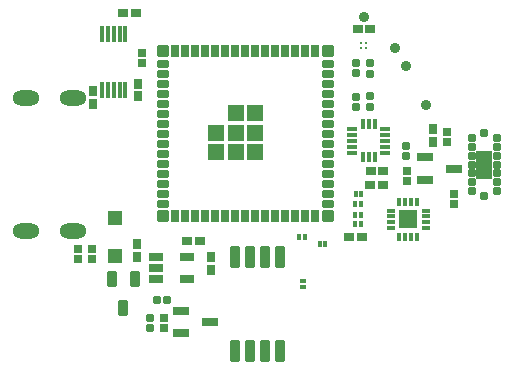
<source format=gts>
G04 Layer: TopSolderMaskLayer*
G04 Panelize: , Column: 1, Row: 1, Board Size: 43.14mm x 33.02mm, Panelized Board Size: 43.14mm x 33.02mm*
G04 EasyEDA v6.5.42, 2024-06-18 11:53:45*
G04 3ed26e891263433bbece19e77b9ceb9f,9a4ed40c0dd746429eaf55b84663d2fb,10*
G04 Gerber Generator version 0.2*
G04 Scale: 100 percent, Rotated: No, Reflected: No *
G04 Dimensions in millimeters *
G04 leading zeros omitted , absolute positions ,4 integer and 5 decimal *
%FSLAX45Y45*%
%MOMM*%

%AMMACRO1*1,1,$1,$2,$3*1,1,$1,$4,$5*1,1,$1,0-$2,0-$3*1,1,$1,0-$4,0-$5*20,1,$1,$2,$3,$4,$5,0*20,1,$1,$4,$5,0-$2,0-$3,0*20,1,$1,0-$2,0-$3,0-$4,0-$5,0*20,1,$1,0-$4,0-$5,$2,$3,0*4,1,4,$2,$3,$4,$5,0-$2,0-$3,0-$4,0-$5,$2,$3,0*%
%AMMACRO2*4,1,4,-0.3016,-0.5016,-0.3016,0.5016,0.3016,0.5016,0.3016,-0.5016,-0.3016,-0.5016,0*%
%AMMACRO3*4,1,4,-0.3015,-0.5016,-0.3015,0.5016,0.3015,0.5016,0.3015,-0.5016,-0.3015,-0.5016,0*%
%ADD10MACRO1,0.2032X-0.5999X0.5999X0.5999X0.5999*%
%ADD11O,2.3015956X1.3015976000000002*%
%ADD12C,0.9000*%
%ADD13R,1.3516X0.8016*%
%ADD14R,0.6416X0.6673*%
%ADD15MACRO1,0.1016X-0.27X0.2828X0.27X0.2828*%
%ADD16MACRO1,0.1016X-0.27X-0.2828X0.27X-0.2828*%
%ADD17R,1.3016X1.3016*%
%ADD18R,0.6416X0.8917*%
%ADD19MACRO1,0.1016X-0.3556X0.8703X0.3556X0.8703*%
%ADD20MACRO1,0.1016X0.2828X0.27X0.2828X-0.27*%
%ADD21MACRO1,0.1016X-0.2828X0.27X-0.2828X-0.27*%
%ADD22MACRO1,0.1016X-0.35X0.625X0.35X0.625*%
%ADD23MACRO1,0.1016X0.1516X0.162X0.1516X-0.162*%
%ADD24MACRO1,0.1016X-0.1516X0.162X-0.1516X-0.162*%
%ADD25MACRO1,0.1016X-0.27X0.395X0.27X0.395*%
%ADD26MACRO1,0.1016X-0.27X-0.395X0.27X-0.395*%
%ADD27MACRO1,0.1016X-0.5525X0.3111X-0.5525X-0.3111*%
%ADD28MACRO1,0.1016X-0.5525X0.3112X-0.5525X-0.3112*%
%ADD29MACRO1,0.1016X-0.5524X0.3111X-0.5524X-0.3111*%
%ADD30MACRO1,0.1016X-0.395X-0.27X-0.395X0.27*%
%ADD31MACRO1,0.1016X0.395X-0.27X0.395X0.27*%
%ADD32MACRO1,0.1X0.3X0.25X0.3X-0.25*%
%ADD33MACRO1,0.03X-0.15X0.65X0.15X0.65*%
%ADD34MACRO1,0.1016X-0.15X0.65X0.15X0.65*%
%ADD35MACRO1,0.1016X0.395X0.27X0.395X-0.27*%
%ADD36MACRO1,0.1016X-0.395X0.27X-0.395X-0.27*%
%ADD37MACRO1,0.1016X0.125X-0.3X-0.125X-0.3*%
%ADD38MACRO1,0.1016X0.3X0.125X0.3X-0.125*%
%ADD39MACRO1,0.1016X-0.125X0.3X0.125X0.3*%
%ADD40R,0.7016X0.3516*%
%ADD41R,1.6016X1.6016*%
%ADD42MACRO1,0.1016X-0.162X0.1516X0.162X0.1516*%
%ADD43MACRO1,0.1016X-0.162X-0.1516X0.162X-0.1516*%
%ADD44O,0.9015984X0.38160960000000005*%
%ADD45O,0.38160960000000005X0.9015984*%
%ADD46MACRO1,0.2032X-0.4001X0.4001X0.4001X0.4001*%
%ADD47MACRO2*%
%ADD48MACRO3*%
%ADD49MACRO1,0.2032X-0.4X0.4001X0.4X0.4001*%
%ADD50MACRO1,0.2032X-0.4X0.2X0.4X0.2*%
%ADD51MACRO1,0.2032X-0.4001X0.2X0.4001X0.2*%
%ADD52C,0.3016*%
%ADD53MACRO1,0.1X0.25X0.25X0.25X-0.25*%
%ADD54MACRO1,0.1X0.6X1.158X0.6X-1.158*%
%ADD55C,0.0166*%

%LPD*%
D10*
G01*
X52250Y1011948D03*
G01*
X52250Y846950D03*
G01*
X217248Y846950D03*
G01*
X382247Y846950D03*
G01*
X382247Y1011948D03*
G01*
X382247Y1176947D03*
G01*
X217248Y1176947D03*
G01*
X217248Y1011948D03*
D11*
G01*
X-1160447Y181907D03*
G01*
X-1560446Y181907D03*
G01*
X-1160447Y1305882D03*
G01*
X-1560446Y1305882D03*
D12*
G01*
X1562254Y1730265D03*
G01*
X1300609Y1991885D03*
G01*
X1823900Y1249697D03*
G01*
X1661695Y1582234D03*
D13*
G01*
X180Y-588906D03*
G01*
X-249781Y-683902D03*
G01*
X-249781Y-493910D03*
D14*
G01*
X-389100Y-554616D03*
G01*
X-389100Y-641179D03*
D15*
G01*
X-507598Y-642082D03*
D16*
G01*
X-507598Y-555517D03*
D17*
G01*
X-801621Y289196D03*
G01*
X-801621Y-30792D03*
D18*
G01*
X4803Y-40292D03*
G01*
X4803Y-149308D03*
D19*
G01*
X208198Y-836927D03*
G01*
X335198Y-836927D03*
G01*
X462198Y-836927D03*
G01*
X589198Y-836927D03*
G01*
X589198Y-37868D03*
G01*
X462198Y-37868D03*
G01*
X335198Y-37868D03*
G01*
X208198Y-37868D03*
D20*
G01*
X-450381Y-401998D03*
D21*
G01*
X-363815Y-401998D03*
D22*
G01*
X-734397Y-471167D03*
G01*
X-829393Y-221231D03*
G01*
X-639401Y-221231D03*
D23*
G01*
X1230937Y239107D03*
D24*
G01*
X1279248Y239107D03*
D23*
G01*
X1230175Y318101D03*
D24*
G01*
X1278486Y318101D03*
D23*
G01*
X1229413Y411065D03*
D24*
G01*
X1277724Y411065D03*
D23*
G01*
X1232715Y497171D03*
D24*
G01*
X1281026Y497171D03*
D25*
G01*
X-992886Y1258166D03*
D26*
G01*
X-992886Y1367177D03*
D27*
G01*
X-195879Y-225783D03*
D28*
G01*
X-195879Y-35834D03*
D27*
G01*
X-455884Y-35831D03*
G01*
X-455884Y-130746D03*
D29*
G01*
X-455881Y-225778D03*
D14*
G01*
X-1117851Y30319D03*
G01*
X-1117851Y-56243D03*
D30*
G01*
X-86464Y99568D03*
D31*
G01*
X-195475Y99568D03*
D25*
G01*
X-618997Y-34947D03*
D26*
G01*
X-618997Y74063D03*
D32*
G01*
X-997965Y-52193D03*
G01*
X-997965Y27809D03*
D33*
G01*
X-916769Y1377092D03*
G01*
X-866782Y1377094D03*
G01*
X-816795Y1377094D03*
G01*
X-766782Y1377094D03*
G01*
X-716770Y1377094D03*
D34*
G01*
X-716795Y1847093D03*
G01*
X-766782Y1847093D03*
G01*
X-816770Y1847093D03*
G01*
X-866782Y1847093D03*
G01*
X-916795Y1847093D03*
D35*
G01*
X1248305Y1893945D03*
D36*
G01*
X1357317Y1893945D03*
D18*
G01*
X-606981Y1429859D03*
G01*
X-606981Y1320868D03*
D37*
G01*
X1602767Y129092D03*
G01*
X1652767Y129090D03*
G01*
X1702767Y129092D03*
G01*
X1752767Y129092D03*
D38*
G01*
X1827616Y204294D03*
G01*
X1827616Y254294D03*
G01*
X1827613Y304294D03*
G01*
X1827616Y354294D03*
D39*
G01*
X1752615Y429087D03*
G01*
X1702615Y429087D03*
G01*
X1652615Y429087D03*
G01*
X1602767Y429089D03*
D40*
G01*
X1527609Y354296D03*
G01*
X1527609Y304284D03*
G01*
X1527609Y254297D03*
G01*
X1527609Y204284D03*
D41*
G01*
X1677621Y279087D03*
D14*
G01*
X-578025Y1691200D03*
G01*
X-578025Y1604611D03*
D30*
G01*
X1467589Y689564D03*
D31*
G01*
X1358577Y689564D03*
D15*
G01*
X1235268Y1232548D03*
D16*
G01*
X1235268Y1319114D03*
D15*
G01*
X1352362Y1233818D03*
D16*
G01*
X1352362Y1320384D03*
D30*
G01*
X1465557Y572470D03*
D31*
G01*
X1356545Y572470D03*
D23*
G01*
X926241Y68099D03*
D24*
G01*
X974552Y68099D03*
D23*
G01*
X755843Y128399D03*
D24*
G01*
X804153Y128399D03*
D42*
G01*
X783297Y-289653D03*
D43*
G01*
X783297Y-241343D03*
D44*
G01*
X1481889Y844618D03*
G01*
X1481889Y894631D03*
G01*
X1481889Y944618D03*
G01*
X1481889Y994630D03*
G01*
X1481889Y1044618D03*
D45*
G01*
X1391871Y1084623D03*
G01*
X1341884Y1084623D03*
G01*
X1291871Y1084623D03*
D44*
G01*
X1201879Y1044618D03*
G01*
X1201879Y994630D03*
G01*
X1201879Y944618D03*
G01*
X1201879Y894631D03*
G01*
X1201879Y844618D03*
D45*
G01*
X1291871Y804638D03*
G01*
X1341884Y804638D03*
G01*
X1391871Y804638D03*
D46*
G01*
X-402991Y1704319D03*
D47*
G01*
X-298002Y1704306D03*
G01*
X-212989Y1704306D03*
G01*
X-128000Y1704306D03*
G01*
X-42986Y1704306D03*
G01*
X42001Y1704306D03*
D48*
G01*
X127002Y1704306D03*
D47*
G01*
X212003Y1704306D03*
G01*
X382005Y1704306D03*
D48*
G01*
X297004Y1704306D03*
G01*
X467006Y1704306D03*
D47*
G01*
X552008Y1704306D03*
G01*
X636996Y1704306D03*
G01*
X722010Y1704306D03*
G01*
X806998Y1704306D03*
G01*
X892012Y1704306D03*
D49*
G01*
X997005Y1704319D03*
D50*
G01*
X997005Y1599316D03*
G01*
X997005Y1514327D03*
G01*
X997005Y1429313D03*
G01*
X997005Y1344325D03*
G01*
X997005Y1259311D03*
G01*
X997005Y1174323D03*
G01*
X997005Y1089309D03*
G01*
X997005Y1004321D03*
G01*
X997005Y919332D03*
G01*
X997005Y834318D03*
G01*
X997005Y749330D03*
G01*
X997005Y664316D03*
G01*
X997005Y579328D03*
G01*
X997005Y494314D03*
G01*
X997005Y409326D03*
D49*
G01*
X997005Y304322D03*
D47*
G01*
X892012Y304309D03*
G01*
X806998Y304309D03*
G01*
X722010Y304309D03*
G01*
X636996Y304309D03*
G01*
X552008Y304309D03*
D48*
G01*
X467006Y304309D03*
D47*
G01*
X382005Y304309D03*
D48*
G01*
X297004Y304309D03*
D47*
G01*
X212003Y304309D03*
D48*
G01*
X127002Y304309D03*
D47*
G01*
X42001Y304309D03*
G01*
X-42986Y304309D03*
G01*
X-128000Y304309D03*
G01*
X-212989Y304309D03*
G01*
X-298002Y304309D03*
D46*
G01*
X-402991Y304322D03*
D51*
G01*
X-402991Y409326D03*
G01*
X-402991Y494314D03*
G01*
X-402991Y579328D03*
G01*
X-402991Y664316D03*
G01*
X-402991Y749330D03*
G01*
X-402991Y834318D03*
G01*
X-402991Y919332D03*
G01*
X-402991Y1004321D03*
G01*
X-402991Y1089309D03*
G01*
X-402991Y1174323D03*
G01*
X-402991Y1259311D03*
G01*
X-402991Y1344325D03*
G01*
X-402991Y1429313D03*
G01*
X-402991Y1599316D03*
G01*
X-402991Y1514327D03*
D52*
G01*
X1318262Y1771515D03*
G01*
X1318262Y1731535D03*
G01*
X1278282Y1771515D03*
G01*
X1278282Y1731535D03*
D15*
G01*
X1236553Y1514961D03*
D16*
G01*
X1236553Y1601527D03*
D15*
G01*
X1356441Y1514707D03*
D16*
G01*
X1356441Y1601273D03*
D35*
G01*
X-740224Y2030176D03*
D36*
G01*
X-631212Y2030176D03*
D53*
G01*
X2217464Y518963D03*
G01*
X2217464Y593965D03*
G01*
X2217464Y668963D03*
G01*
X2217464Y743964D03*
G01*
X2217464Y818963D03*
G01*
X2217464Y893964D03*
G01*
X2217464Y968963D03*
G01*
X2322465Y478963D03*
D54*
G01*
X2322466Y743966D03*
D53*
G01*
X2322465Y1008962D03*
G01*
X2427464Y518963D03*
G01*
X2427464Y593965D03*
G01*
X2427464Y668963D03*
G01*
X2427464Y743964D03*
G01*
X2427464Y818963D03*
G01*
X2427464Y893964D03*
G01*
X2427464Y968963D03*
D13*
G01*
X2065657Y709490D03*
G01*
X1815721Y614494D03*
G01*
X1815721Y804486D03*
D35*
G01*
X1177592Y129900D03*
D36*
G01*
X1286603Y129900D03*
D15*
G01*
X1661695Y816215D03*
D16*
G01*
X1661695Y902780D03*
D14*
G01*
X2067283Y492980D03*
G01*
X2067283Y406417D03*
G01*
X2004291Y1020081D03*
G01*
X2004291Y933518D03*
G01*
X1663804Y689475D03*
G01*
X1663804Y602912D03*
D25*
G01*
X1886097Y933691D03*
D26*
G01*
X1886097Y1042703D03*
M02*

</source>
